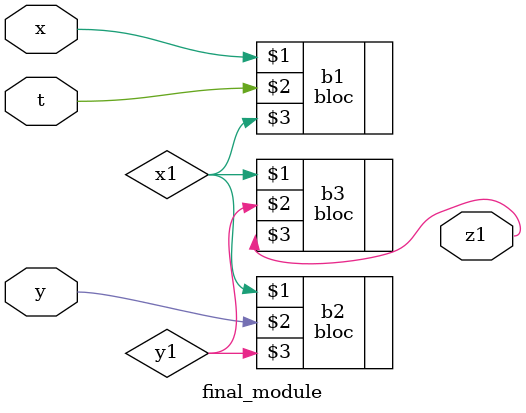
<source format=v>
`timescale 1ns / 1ps



module final_module(x, t, y, z1);
    input x, y, t;
    output z1;
    
    wire x1, y1;
    
    bloc b1(x, t, x1);
    bloc b2(x1, y, y1);
    bloc b3(x1, y1, z1);
endmodule

</source>
